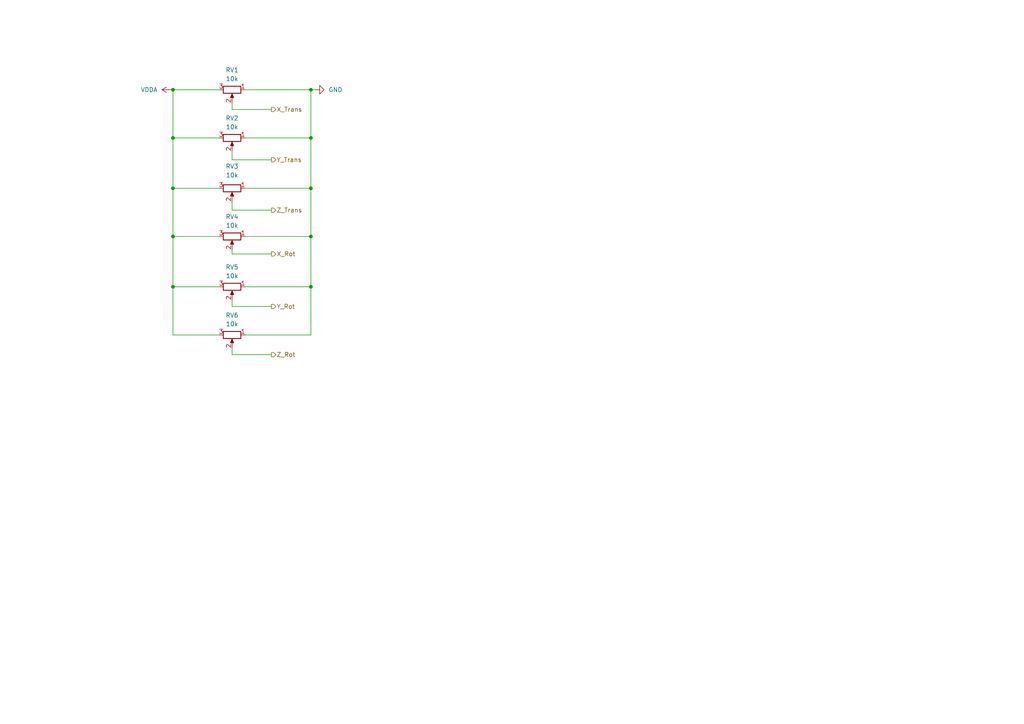
<source format=kicad_sch>
(kicad_sch (version 20230121) (generator eeschema)
  (paper "A4")
  (lib_symbols
    (symbol "Device:R_Potentiometer" (pin_names (offset 1.016) hide)
      (property "Reference" "RV" (at -4.445 0 90))
      (property "Value" "R_Potentiometer" (at -2.54 0 90))
      (symbol "R_Potentiometer_0_1"
        (polyline (pts (xy 2.54 0) (xy 1.524 0)))
        (polyline (pts (xy 1.143 0) (xy 2.286 0.508) (xy 2.286 -0.508) (xy 1.143 0)) (fill (type outline)))
        (rectangle (start 1.016 2.54) (end -1.016 -2.54) (stroke (width 0.254)))
      )
      (symbol "R_Potentiometer_1_1"
        (pin passive line (at 0 3.81 270) (length 1.27) (name "1") (number "1"))
        (pin passive line (at 3.81 0 180) (length 1.27) (name "2") (number "2"))
        (pin passive line (at 0 -3.81 90) (length 1.27) (name "3") (number "3"))
      )
    )
    (symbol "power:GND" (power) (pin_names (offset 0))
      (property "Value" "GND" (at 0 -3.81 0))
      (symbol "GND_0_1"
        (polyline (pts (xy 0 0) (xy 0 -1.27) (xy 1.27 -1.27) (xy 0 -2.54) (xy -1.27 -1.27) (xy 0 -1.27)))
      )
      (symbol "GND_1_1"
        (pin power_in line (at 0 0 270) (length 0) hide (name "GND") (number "1"))
      )
    )
    (symbol "power:VDDA" (power) (pin_names (offset 0))
      (property "Value" "VDDA" (at 0 3.81 0))
      (symbol "VDDA_0_1"
        (polyline (pts (xy -0.762 1.27) (xy 0 2.54)))
        (polyline (pts (xy 0 0) (xy 0 2.54)))
        (polyline (pts (xy 0 2.54) (xy 0.762 1.27)))
      )
      (symbol "VDDA_1_1"
        (pin power_in line (at 0 0 90) (length 0) hide (name "VDDA") (number "1"))
      )
    )
  )
  (junction (at 50.165 26.035))
  (junction (at 90.17 68.58))
  (junction (at 50.165 68.58))
  (junction (at 50.165 83.185))
  (junction (at 90.17 40.005))
  (junction (at 90.17 26.035))
  (junction (at 90.17 83.185))
  (junction (at 50.165 54.61))
  (junction (at 50.165 40.005))
  (junction (at 90.17 54.61))
  (wire (pts (xy 50.165 54.61) (xy 50.165 40.005)))
  (wire (pts (xy 71.12 54.61) (xy 90.17 54.61)))
  (wire (pts (xy 71.12 83.185) (xy 90.17 83.185)))
  (wire (pts (xy 71.12 97.155) (xy 90.17 97.155)))
  (wire (pts (xy 71.12 68.58) (xy 90.17 68.58)))
  (wire (pts (xy 50.165 83.185) (xy 50.165 68.58)))
  (wire (pts (xy 50.165 26.035) (xy 50.165 40.005)))
  (wire (pts (xy 50.165 68.58) (xy 50.165 54.61)))
  (wire (pts (xy 50.165 97.155) (xy 50.165 83.185)))
  (wire (pts (xy 67.31 46.355) (xy 78.74 46.355)))
  (wire (pts (xy 67.31 60.96) (xy 78.74 60.96)))
  (wire (pts (xy 90.17 54.61) (xy 90.17 40.005)))
  (wire (pts (xy 67.31 86.995) (xy 67.31 88.9)))
  (wire (pts (xy 67.31 72.39) (xy 67.31 73.66)))
  (wire (pts (xy 71.12 40.005) (xy 90.17 40.005)))
  (wire (pts (xy 67.31 31.75) (xy 78.74 31.75)))
  (wire (pts (xy 67.31 31.75) (xy 67.31 29.845)))
  (wire (pts (xy 67.31 73.66) (xy 78.74 73.66)))
  (wire (pts (xy 63.5 68.58) (xy 50.165 68.58)))
  (wire (pts (xy 67.31 100.965) (xy 67.31 102.87)))
  (wire (pts (xy 90.17 97.155) (xy 90.17 83.185)))
  (wire (pts (xy 63.5 97.155) (xy 50.165 97.155)))
  (wire (pts (xy 67.31 46.355) (xy 67.31 43.815)))
  (wire (pts (xy 90.17 40.005) (xy 90.17 26.035)))
  (wire (pts (xy 67.31 58.42) (xy 67.31 60.96)))
  (wire (pts (xy 90.17 26.035) (xy 91.44 26.035)))
  (wire (pts (xy 90.17 68.58) (xy 90.17 54.61)))
  (wire (pts (xy 50.165 26.035) (xy 63.5 26.035)))
  (wire (pts (xy 90.17 83.185) (xy 90.17 68.58)))
  (wire (pts (xy 63.5 83.185) (xy 50.165 83.185)))
  (wire (pts (xy 50.165 40.005) (xy 63.5 40.005)))
  (wire (pts (xy 63.5 54.61) (xy 50.165 54.61)))
  (wire (pts (xy 67.31 88.9) (xy 78.74 88.9)))
  (wire (pts (xy 67.31 102.87) (xy 78.74 102.87)))
  (wire (pts (xy 71.12 26.035) (xy 90.17 26.035)))
  (wire (pts (xy 49.53 26.035) (xy 50.165 26.035)))
  (hierarchical_label "Y_Trans" (shape output) (at 78.74 46.355 0))
  (hierarchical_label "X_Trans" (shape output) (at 78.74 31.75 0))
  (hierarchical_label "X_Rot" (shape output) (at 78.74 73.66 0))
  (hierarchical_label "Y_Rot" (shape output) (at 78.74 88.9 0))
  (hierarchical_label "Z_Rot" (shape output) (at 78.74 102.87 0))
  (hierarchical_label "Z_Trans" (shape output) (at 78.74 60.96 0))
  (symbol (lib_id "power:GND") (at 91.44 26.035 90) (unit 1)
    (property "Reference" "#PWR015" (effects hide))
    (property "Value" "GND" (at 95.25 26.035 90) (effects (justify right)))
  )
  (symbol (lib_id "Device:R_Potentiometer") (at 67.31 83.185 270) (unit 1)
    (property "Reference" "RV5" (at 67.31 77.47 90))
    (property "Value" "10k" (at 67.31 80.01 90))
    (property "Footprint" "Connector_Wire:SolderWire-0.1sqmm_1x03_P3.6mm_D0.4mm_OD1mm" (effects hide))
  )
  (symbol (lib_id "Device:R_Potentiometer") (at 67.31 54.61 270) (unit 1)
    (property "Reference" "RV3" (at 67.31 48.26 90))
    (property "Value" "10k" (at 67.31 50.8 90))
    (property "Footprint" "Connector_Wire:SolderWire-0.1sqmm_1x03_P3.6mm_D0.4mm_OD1mm" (effects hide))
  )
  (symbol (lib_id "Device:R_Potentiometer") (at 67.31 68.58 270) (unit 1)
    (property "Reference" "RV4" (at 67.31 62.865 90))
    (property "Value" "10k" (at 67.31 65.405 90))
    (property "Footprint" "Connector_Wire:SolderWire-0.1sqmm_1x03_P3.6mm_D0.4mm_OD1mm" (effects hide))
  )
  (symbol (lib_id "Device:R_Potentiometer") (at 67.31 40.005 270) (unit 1)
    (property "Reference" "RV2" (at 67.31 34.29 90))
    (property "Value" "10k" (at 67.31 36.83 90))
    (property "Footprint" "Connector_Wire:SolderWire-0.1sqmm_1x03_P3.6mm_D0.4mm_OD1mm" (effects hide))
  )
  (symbol (lib_id "power:VDDA") (at 49.53 26.035 90) (unit 1)
    (property "Reference" "#PWR016" (effects hide))
    (property "Value" "VDDA" (at 45.72 26.035 90) (effects (justify left)))
  )
  (symbol (lib_id "Device:R_Potentiometer") (at 67.31 26.035 270) (unit 1)
    (property "Reference" "RV1" (at 67.31 20.32 90))
    (property "Value" "10k" (at 67.31 22.86 90))
    (property "Footprint" "Connector_Wire:SolderWire-0.1sqmm_1x03_P3.6mm_D0.4mm_OD1mm" (effects hide))
  )
  (symbol (lib_id "Device:R_Potentiometer") (at 67.31 97.155 270) (unit 1)
    (property "Reference" "RV6" (at 67.31 91.44 90))
    (property "Value" "10k" (at 67.31 93.98 90))
    (property "Footprint" "Connector_Wire:SolderWire-0.1sqmm_1x03_P3.6mm_D0.4mm_OD1mm" (effects hide))
  )
)
</source>
